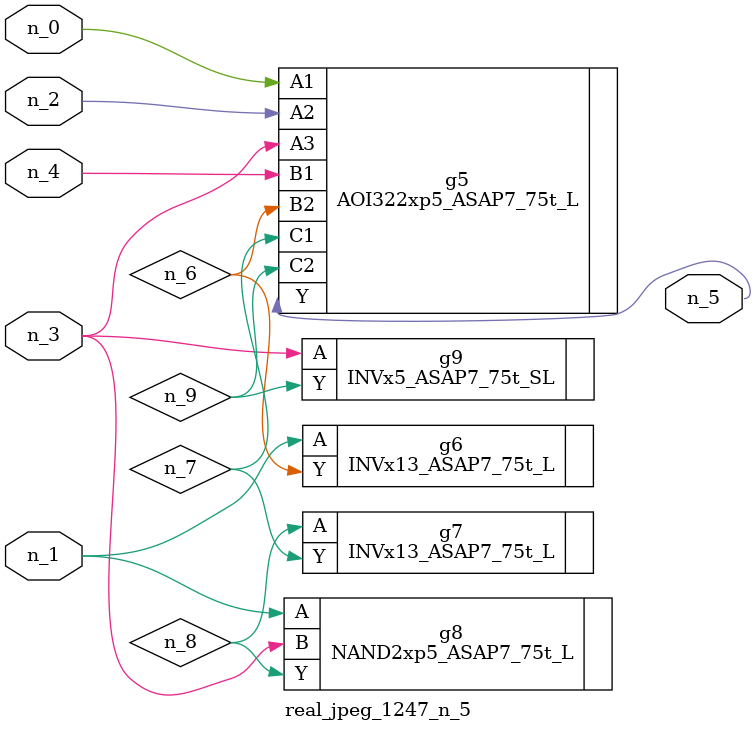
<source format=v>
module real_jpeg_1247_n_5 (n_4, n_0, n_1, n_2, n_3, n_5);

input n_4;
input n_0;
input n_1;
input n_2;
input n_3;

output n_5;

wire n_8;
wire n_6;
wire n_7;
wire n_9;

AOI322xp5_ASAP7_75t_L g5 ( 
.A1(n_0),
.A2(n_2),
.A3(n_3),
.B1(n_4),
.B2(n_6),
.C1(n_7),
.C2(n_9),
.Y(n_5)
);

INVx13_ASAP7_75t_L g6 ( 
.A(n_1),
.Y(n_6)
);

NAND2xp5_ASAP7_75t_L g8 ( 
.A(n_1),
.B(n_3),
.Y(n_8)
);

INVx5_ASAP7_75t_SL g9 ( 
.A(n_3),
.Y(n_9)
);

INVx13_ASAP7_75t_L g7 ( 
.A(n_8),
.Y(n_7)
);


endmodule
</source>
